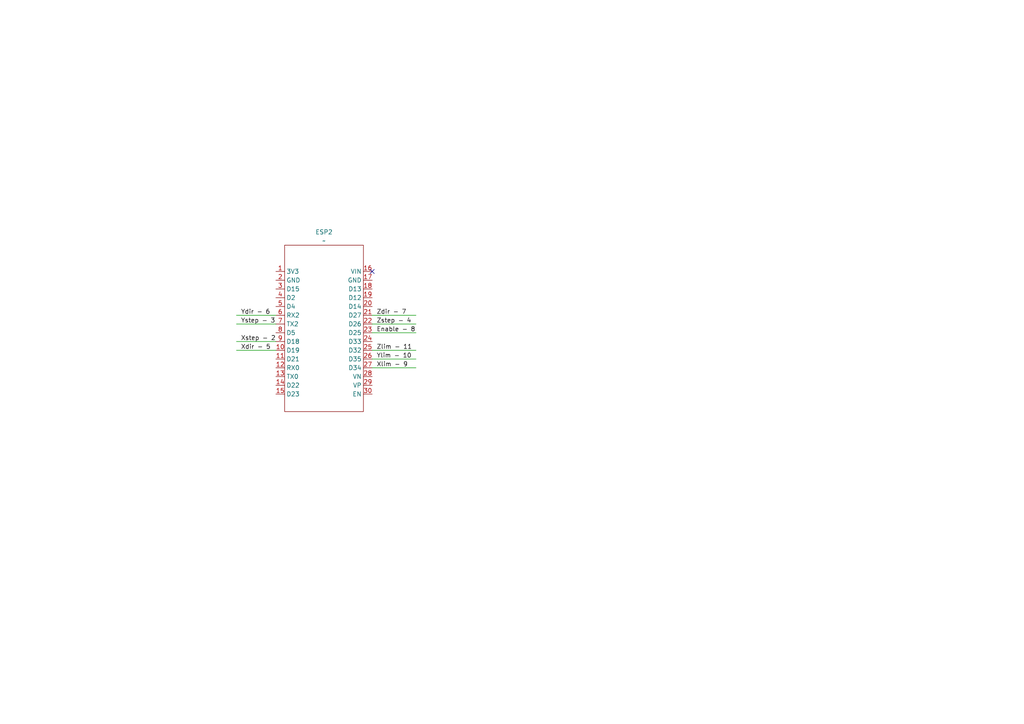
<source format=kicad_sch>
(kicad_sch (version 20250114) (generator "eeschema") (generator_version "9.0")
  (paper "A4")
  (lib_symbols
    (symbol "Sensores:ESP32"
      (property "Reference" "ESP32" (at -1.27 -55.88 0))
      (property "Value" "~" (at -1.27 -53.34 0))
      (symbol "ESP32_0_1"
        (rectangle (start -12.7 -3.81) (end 10.16 -52.07))
      )
      (symbol "ESP32_1_1"
        (pin bidirectional line (at -15.24 -8.89 0) (length 2.54) (name "EN") (number "30"))
        (pin bidirectional line (at -15.24 -11.43 0) (length 2.54) (name "VP") (number "29"))
        (pin bidirectional line (at -15.24 -13.97 0) (length 2.54) (name "VN") (number "28"))
        (pin bidirectional line (at -15.24 -16.51 0) (length 2.54) (name "D34") (number "27"))
        (pin bidirectional line (at -15.24 -19.05 0) (length 2.54) (name "D35") (number "26"))
        (pin bidirectional line (at -15.24 -21.59 0) (length 2.54) (name "D32") (number "25"))
        (pin bidirectional line (at -15.24 -24.13 0) (length 2.54) (name "D33") (number "24"))
        (pin bidirectional line (at -15.24 -26.67 0) (length 2.54) (name "D25") (number "23"))
        (pin bidirectional line (at -15.24 -29.21 0) (length 2.54) (name "D26") (number "22"))
        (pin bidirectional line (at -15.24 -31.75 0) (length 2.54) (name "D27") (number "21"))
        (pin bidirectional line (at -15.24 -34.29 0) (length 2.54) (name "D14") (number "20"))
        (pin bidirectional line (at -15.24 -36.83 0) (length 2.54) (name "D12") (number "19"))
        (pin bidirectional line (at -15.24 -39.37 0) (length 2.54) (name "D13") (number "18"))
        (pin bidirectional line (at -15.24 -41.91 0) (length 2.54) (name "GND") (number "17"))
        (pin bidirectional line (at -15.24 -44.45 0) (length 2.54) (name "VIN") (number "16"))
        (pin bidirectional line (at 12.7 -8.89 180) (length 2.54) (name "D23") (number "15"))
        (pin bidirectional line (at 12.7 -11.43 180) (length 2.54) (name "D22") (number "14"))
        (pin bidirectional line (at 12.7 -13.97 180) (length 2.54) (name "TX0") (number "13"))
        (pin bidirectional line (at 12.7 -16.51 180) (length 2.54) (name "RX0") (number "12"))
        (pin bidirectional line (at 12.7 -19.05 180) (length 2.54) (name "D21") (number "11"))
        (pin bidirectional line (at 12.7 -21.59 180) (length 2.54) (name "D19") (number "10"))
        (pin bidirectional line (at 12.7 -24.13 180) (length 2.54) (name "D18") (number "9"))
        (pin bidirectional line (at 12.7 -26.67 180) (length 2.54) (name "D5") (number "8"))
        (pin bidirectional line (at 12.7 -29.21 180) (length 2.54) (name "TX2") (number "7"))
        (pin bidirectional line (at 12.7 -31.75 180) (length 2.54) (name "RX2") (number "6"))
        (pin bidirectional line (at 12.7 -34.29 180) (length 2.54) (name "D4") (number "5"))
        (pin bidirectional line (at 12.7 -36.83 180) (length 2.54) (name "D2") (number "4"))
        (pin bidirectional line (at 12.7 -39.37 180) (length 2.54) (name "D15") (number "3"))
        (pin bidirectional line (at 12.7 -41.91 180) (length 2.54) (name "GND") (number "2"))
        (pin bidirectional line (at 12.7 -44.45 180) (length 2.54) (name "3V3") (number "1"))
      )
    )
  )
  (no_connect (at 107.95 78.74))
  (wire (pts (xy 107.95 101.6) (xy 120.65 101.6)))
  (wire (pts (xy 68.58 99.06) (xy 80.01 99.06)))
  (wire (pts (xy 68.58 91.44) (xy 80.01 91.44)))
  (wire (pts (xy 107.95 93.98) (xy 120.65 93.98)))
  (wire (pts (xy 68.58 93.98) (xy 80.01 93.98)))
  (wire (pts (xy 107.95 96.52) (xy 120.65 96.52)))
  (wire (pts (xy 107.95 104.14) (xy 120.65 104.14)))
  (wire (pts (xy 107.95 91.44) (xy 120.65 91.44)))
  (wire (pts (xy 68.58 101.6) (xy 80.01 101.6)))
  (wire (pts (xy 107.95 106.68) (xy 120.65 106.68)))
  (label "Xstep - 2" (at 69.85 99.06 0))
  (label "Zdir - 7" (at 109.22 91.44 0))
  (label "Zlim - 11" (at 109.22 101.6 0))
  (label "Ystep - 3" (at 69.85 93.98 0))
  (label "Enable - 8" (at 109.22 96.52 0))
  (label "Ydir - 6" (at 69.85 91.44 0))
  (label "Zstep - 4" (at 109.22 93.98 0))
  (label "Ylim - 10" (at 109.22 104.14 0))
  (label "Xdir - 5" (at 69.85 101.6 0))
  (label "Xlim - 9" (at 109.22 106.68 0))
  (symbol (lib_id "Sensores:ESP32") (at 92.71 123.19 180) (unit 1)
    (property "Reference" "ESP2" (at 93.98 67.31 0))
    (property "Value" "~" (at 93.98 69.85 0))
    (property "Footprint" "Telemetria:ESP32" (effects (hide yes)))
  )
)
</source>
